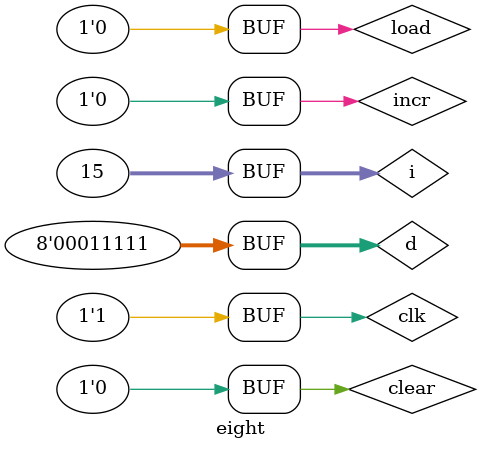
<source format=v>
`timescale 1ns / 1ps


module eight;

	// Inputs
	reg [7:0] d;
	reg clk;
	reg load;
	reg clear;
	reg incr;

	// Outputs
	wire [7:0] q;

	// Instantiate the Unit Under Test (UUT)
	eightbitupcounter uut (
		.d(d), 
		.clk(clk), 
		.load(load), 
		.clear(clear), 
		.incr(incr), 
		.q(q)
	);
   integer i;
	initial begin
		// Initialize Inputs
		d = 8'b00011111;
		clk = 0;
		load = 1;
		clear = 1;
		incr = 1;
	  for (i=0; i<=14; i = i+1)
	  begin
	  #10
	  clk<=(clk+1)%2;
	  if(i>1)
	  begin
	  clear=0;
	  end
	  if(i>3&i!=7&i!=8)
	  begin
	  load=0;
	  end
	  else
	  begin
	  load=1;
	  end
	  if(i>13)
	  begin
	  incr=0;
	  end
	  end

	end
      
endmodule


</source>
